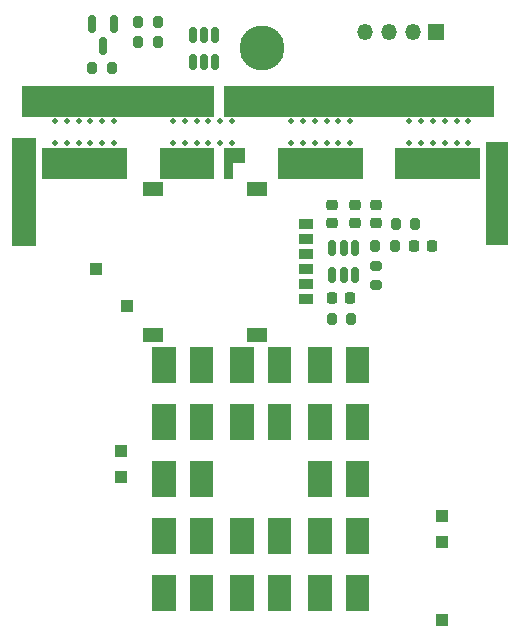
<source format=gbr>
%TF.GenerationSoftware,KiCad,Pcbnew,(6.0.2-0)*%
%TF.CreationDate,2022-10-30T17:20:58+00:00*%
%TF.ProjectId,p3-cellular-module,70332d63-656c-46c7-956c-61722d6d6f64,rev?*%
%TF.SameCoordinates,Original*%
%TF.FileFunction,Soldermask,Top*%
%TF.FilePolarity,Negative*%
%FSLAX46Y46*%
G04 Gerber Fmt 4.6, Leading zero omitted, Abs format (unit mm)*
G04 Created by KiCad (PCBNEW (6.0.2-0)) date 2022-10-30 17:20:58*
%MOMM*%
%LPD*%
G01*
G04 APERTURE LIST*
G04 Aperture macros list*
%AMRoundRect*
0 Rectangle with rounded corners*
0 $1 Rounding radius*
0 $2 $3 $4 $5 $6 $7 $8 $9 X,Y pos of 4 corners*
0 Add a 4 corners polygon primitive as box body*
4,1,4,$2,$3,$4,$5,$6,$7,$8,$9,$2,$3,0*
0 Add four circle primitives for the rounded corners*
1,1,$1+$1,$2,$3*
1,1,$1+$1,$4,$5*
1,1,$1+$1,$6,$7*
1,1,$1+$1,$8,$9*
0 Add four rect primitives between the rounded corners*
20,1,$1+$1,$2,$3,$4,$5,0*
20,1,$1+$1,$4,$5,$6,$7,0*
20,1,$1+$1,$6,$7,$8,$9,0*
20,1,$1+$1,$8,$9,$2,$3,0*%
G04 Aperture macros list end*
%ADD10C,0.000000*%
%ADD11C,0.120000*%
%ADD12C,0.500000*%
%ADD13RoundRect,0.200000X0.200000X0.275000X-0.200000X0.275000X-0.200000X-0.275000X0.200000X-0.275000X0*%
%ADD14RoundRect,0.200000X-0.275000X0.200000X-0.275000X-0.200000X0.275000X-0.200000X0.275000X0.200000X0*%
%ADD15R,1.200000X0.900000*%
%ADD16R,1.800000X1.300000*%
%ADD17C,3.800000*%
%ADD18R,1.000000X1.000000*%
%ADD19RoundRect,0.225000X0.250000X-0.225000X0.250000X0.225000X-0.250000X0.225000X-0.250000X-0.225000X0*%
%ADD20RoundRect,0.225000X-0.225000X-0.250000X0.225000X-0.250000X0.225000X0.250000X-0.225000X0.250000X0*%
%ADD21RoundRect,0.150000X-0.150000X0.512500X-0.150000X-0.512500X0.150000X-0.512500X0.150000X0.512500X0*%
%ADD22RoundRect,0.200000X-0.200000X-0.275000X0.200000X-0.275000X0.200000X0.275000X-0.200000X0.275000X0*%
%ADD23R,1.350000X1.350000*%
%ADD24O,1.350000X1.350000*%
%ADD25RoundRect,0.150000X-0.150000X0.587500X-0.150000X-0.587500X0.150000X-0.587500X0.150000X0.587500X0*%
G04 APERTURE END LIST*
G36*
X141100000Y-96050000D02*
G01*
X124800000Y-96050000D01*
X124800000Y-98700000D01*
X141100000Y-98700000D01*
X141100000Y-96050000D01*
G37*
G36*
X141100000Y-101300000D02*
G01*
X136500000Y-101300000D01*
X136500000Y-103900000D01*
X141100000Y-103900000D01*
X141100000Y-101300000D01*
G37*
G36*
X153700000Y-101300000D02*
G01*
X146500000Y-101300000D01*
X146500000Y-103900000D01*
X153700000Y-103900000D01*
X153700000Y-101300000D01*
G37*
G36*
X166000000Y-109500000D02*
G01*
X164100000Y-109500000D01*
X164100000Y-100800000D01*
X166000000Y-100800000D01*
X166000000Y-109500000D01*
G37*
D10*
G36*
X143700000Y-102600000D02*
G01*
X142700000Y-102600000D01*
X142700000Y-103900000D01*
X141900000Y-103900000D01*
X141900000Y-101300000D01*
X143700000Y-101300000D01*
X143700000Y-102600000D01*
G37*
G36*
X163600000Y-101300000D02*
G01*
X156400000Y-101300000D01*
X156400000Y-103900000D01*
X163600000Y-103900000D01*
X163600000Y-101300000D01*
G37*
G36*
X133700000Y-101325000D02*
G01*
X126500000Y-101325000D01*
X126500000Y-103900000D01*
X133700000Y-103900000D01*
X133700000Y-101325000D01*
G37*
G36*
X126000000Y-109625000D02*
G01*
X124000000Y-109625000D01*
X124000000Y-100425000D01*
X126000000Y-100425000D01*
X126000000Y-109625000D01*
G37*
G36*
X164800000Y-96050000D02*
G01*
X141900000Y-96050000D01*
X141900000Y-98700000D01*
X164800000Y-98700000D01*
X164800000Y-96050000D01*
G37*
D11*
%TO.C,U2*%
X154144000Y-127839500D02*
X152239000Y-127839500D01*
X152239000Y-127839500D02*
X152239000Y-130760500D01*
X152239000Y-130760500D02*
X154144000Y-130760500D01*
X154144000Y-130760500D02*
X154144000Y-127839500D01*
G36*
X154144000Y-127839500D02*
G01*
X152239000Y-127839500D01*
X152239000Y-130760500D01*
X154144000Y-130760500D01*
X154144000Y-127839500D01*
G37*
X144365000Y-137491500D02*
X142460000Y-137491500D01*
X142460000Y-137491500D02*
X142460000Y-140412500D01*
X142460000Y-140412500D02*
X144365000Y-140412500D01*
X144365000Y-140412500D02*
X144365000Y-137491500D01*
G36*
X144365000Y-137491500D02*
G01*
X142460000Y-137491500D01*
X142460000Y-140412500D01*
X144365000Y-140412500D01*
X144365000Y-137491500D01*
G37*
X137761000Y-118187500D02*
X135856000Y-118187500D01*
X135856000Y-118187500D02*
X135856000Y-121108500D01*
X135856000Y-121108500D02*
X137761000Y-121108500D01*
X137761000Y-121108500D02*
X137761000Y-118187500D01*
G36*
X137761000Y-118187500D02*
G01*
X135856000Y-118187500D01*
X135856000Y-121108500D01*
X137761000Y-121108500D01*
X137761000Y-118187500D01*
G37*
X137761000Y-127839500D02*
X135856000Y-127839500D01*
X135856000Y-127839500D02*
X135856000Y-130760500D01*
X135856000Y-130760500D02*
X137761000Y-130760500D01*
X137761000Y-130760500D02*
X137761000Y-127839500D01*
G36*
X137761000Y-127839500D02*
G01*
X135856000Y-127839500D01*
X135856000Y-130760500D01*
X137761000Y-130760500D01*
X137761000Y-127839500D01*
G37*
X144365000Y-123013500D02*
X142460000Y-123013500D01*
X142460000Y-123013500D02*
X142460000Y-125934500D01*
X142460000Y-125934500D02*
X144365000Y-125934500D01*
X144365000Y-125934500D02*
X144365000Y-123013500D01*
G36*
X144365000Y-123013500D02*
G01*
X142460000Y-123013500D01*
X142460000Y-125934500D01*
X144365000Y-125934500D01*
X144365000Y-123013500D01*
G37*
X144365000Y-118187500D02*
X142460000Y-118187500D01*
X142460000Y-118187500D02*
X142460000Y-121108500D01*
X142460000Y-121108500D02*
X144365000Y-121108500D01*
X144365000Y-121108500D02*
X144365000Y-118187500D01*
G36*
X144365000Y-118187500D02*
G01*
X142460000Y-118187500D01*
X142460000Y-121108500D01*
X144365000Y-121108500D01*
X144365000Y-118187500D01*
G37*
X147540000Y-118187500D02*
X145635000Y-118187500D01*
X145635000Y-118187500D02*
X145635000Y-121108500D01*
X145635000Y-121108500D02*
X147540000Y-121108500D01*
X147540000Y-121108500D02*
X147540000Y-118187500D01*
G36*
X147540000Y-118187500D02*
G01*
X145635000Y-118187500D01*
X145635000Y-121108500D01*
X147540000Y-121108500D01*
X147540000Y-118187500D01*
G37*
X140936000Y-118187500D02*
X139031000Y-118187500D01*
X139031000Y-118187500D02*
X139031000Y-121108500D01*
X139031000Y-121108500D02*
X140936000Y-121108500D01*
X140936000Y-121108500D02*
X140936000Y-118187500D01*
G36*
X140936000Y-118187500D02*
G01*
X139031000Y-118187500D01*
X139031000Y-121108500D01*
X140936000Y-121108500D01*
X140936000Y-118187500D01*
G37*
X150969000Y-137491500D02*
X149064000Y-137491500D01*
X149064000Y-137491500D02*
X149064000Y-140412500D01*
X149064000Y-140412500D02*
X150969000Y-140412500D01*
X150969000Y-140412500D02*
X150969000Y-137491500D01*
G36*
X150969000Y-137491500D02*
G01*
X149064000Y-137491500D01*
X149064000Y-140412500D01*
X150969000Y-140412500D01*
X150969000Y-137491500D01*
G37*
X140936000Y-132665500D02*
X139031000Y-132665500D01*
X139031000Y-132665500D02*
X139031000Y-135586500D01*
X139031000Y-135586500D02*
X140936000Y-135586500D01*
X140936000Y-135586500D02*
X140936000Y-132665500D01*
G36*
X140936000Y-132665500D02*
G01*
X139031000Y-132665500D01*
X139031000Y-135586500D01*
X140936000Y-135586500D01*
X140936000Y-132665500D01*
G37*
X154144000Y-132665500D02*
X152239000Y-132665500D01*
X152239000Y-132665500D02*
X152239000Y-135586500D01*
X152239000Y-135586500D02*
X154144000Y-135586500D01*
X154144000Y-135586500D02*
X154144000Y-132665500D01*
G36*
X154144000Y-132665500D02*
G01*
X152239000Y-132665500D01*
X152239000Y-135586500D01*
X154144000Y-135586500D01*
X154144000Y-132665500D01*
G37*
X140936000Y-123013500D02*
X139031000Y-123013500D01*
X139031000Y-123013500D02*
X139031000Y-125934500D01*
X139031000Y-125934500D02*
X140936000Y-125934500D01*
X140936000Y-125934500D02*
X140936000Y-123013500D01*
G36*
X140936000Y-123013500D02*
G01*
X139031000Y-123013500D01*
X139031000Y-125934500D01*
X140936000Y-125934500D01*
X140936000Y-123013500D01*
G37*
X154144000Y-137491500D02*
X152239000Y-137491500D01*
X152239000Y-137491500D02*
X152239000Y-140412500D01*
X152239000Y-140412500D02*
X154144000Y-140412500D01*
X154144000Y-140412500D02*
X154144000Y-137491500D01*
G36*
X154144000Y-137491500D02*
G01*
X152239000Y-137491500D01*
X152239000Y-140412500D01*
X154144000Y-140412500D01*
X154144000Y-137491500D01*
G37*
X144365000Y-132665500D02*
X142460000Y-132665500D01*
X142460000Y-132665500D02*
X142460000Y-135586500D01*
X142460000Y-135586500D02*
X144365000Y-135586500D01*
X144365000Y-135586500D02*
X144365000Y-132665500D01*
G36*
X144365000Y-132665500D02*
G01*
X142460000Y-132665500D01*
X142460000Y-135586500D01*
X144365000Y-135586500D01*
X144365000Y-132665500D01*
G37*
X150969000Y-118187500D02*
X149064000Y-118187500D01*
X149064000Y-118187500D02*
X149064000Y-121108500D01*
X149064000Y-121108500D02*
X150969000Y-121108500D01*
X150969000Y-121108500D02*
X150969000Y-118187500D01*
G36*
X150969000Y-118187500D02*
G01*
X149064000Y-118187500D01*
X149064000Y-121108500D01*
X150969000Y-121108500D01*
X150969000Y-118187500D01*
G37*
X150969000Y-123013500D02*
X149064000Y-123013500D01*
X149064000Y-123013500D02*
X149064000Y-125934500D01*
X149064000Y-125934500D02*
X150969000Y-125934500D01*
X150969000Y-125934500D02*
X150969000Y-123013500D01*
G36*
X150969000Y-123013500D02*
G01*
X149064000Y-123013500D01*
X149064000Y-125934500D01*
X150969000Y-125934500D01*
X150969000Y-123013500D01*
G37*
X140936000Y-137491500D02*
X139031000Y-137491500D01*
X139031000Y-137491500D02*
X139031000Y-140412500D01*
X139031000Y-140412500D02*
X140936000Y-140412500D01*
X140936000Y-140412500D02*
X140936000Y-137491500D01*
G36*
X140936000Y-137491500D02*
G01*
X139031000Y-137491500D01*
X139031000Y-140412500D01*
X140936000Y-140412500D01*
X140936000Y-137491500D01*
G37*
X140936000Y-127839500D02*
X139031000Y-127839500D01*
X139031000Y-127839500D02*
X139031000Y-130760500D01*
X139031000Y-130760500D02*
X140936000Y-130760500D01*
X140936000Y-130760500D02*
X140936000Y-127839500D01*
G36*
X140936000Y-127839500D02*
G01*
X139031000Y-127839500D01*
X139031000Y-130760500D01*
X140936000Y-130760500D01*
X140936000Y-127839500D01*
G37*
X137761000Y-123013500D02*
X135856000Y-123013500D01*
X135856000Y-123013500D02*
X135856000Y-125934500D01*
X135856000Y-125934500D02*
X137761000Y-125934500D01*
X137761000Y-125934500D02*
X137761000Y-123013500D01*
G36*
X137761000Y-123013500D02*
G01*
X135856000Y-123013500D01*
X135856000Y-125934500D01*
X137761000Y-125934500D01*
X137761000Y-123013500D01*
G37*
X154144000Y-118187500D02*
X152239000Y-118187500D01*
X152239000Y-118187500D02*
X152239000Y-121108500D01*
X152239000Y-121108500D02*
X154144000Y-121108500D01*
X154144000Y-121108500D02*
X154144000Y-118187500D01*
G36*
X154144000Y-118187500D02*
G01*
X152239000Y-118187500D01*
X152239000Y-121108500D01*
X154144000Y-121108500D01*
X154144000Y-118187500D01*
G37*
X137761000Y-132665500D02*
X135856000Y-132665500D01*
X135856000Y-132665500D02*
X135856000Y-135586500D01*
X135856000Y-135586500D02*
X137761000Y-135586500D01*
X137761000Y-135586500D02*
X137761000Y-132665500D01*
G36*
X137761000Y-132665500D02*
G01*
X135856000Y-132665500D01*
X135856000Y-135586500D01*
X137761000Y-135586500D01*
X137761000Y-132665500D01*
G37*
X147540000Y-132665500D02*
X145635000Y-132665500D01*
X145635000Y-132665500D02*
X145635000Y-135586500D01*
X145635000Y-135586500D02*
X147540000Y-135586500D01*
X147540000Y-135586500D02*
X147540000Y-132665500D01*
G36*
X147540000Y-132665500D02*
G01*
X145635000Y-132665500D01*
X145635000Y-135586500D01*
X147540000Y-135586500D01*
X147540000Y-132665500D01*
G37*
X150969000Y-132665500D02*
X149064000Y-132665500D01*
X149064000Y-132665500D02*
X149064000Y-135586500D01*
X149064000Y-135586500D02*
X150969000Y-135586500D01*
X150969000Y-135586500D02*
X150969000Y-132665500D01*
G36*
X150969000Y-132665500D02*
G01*
X149064000Y-132665500D01*
X149064000Y-135586500D01*
X150969000Y-135586500D01*
X150969000Y-132665500D01*
G37*
X137761000Y-137491500D02*
X135856000Y-137491500D01*
X135856000Y-137491500D02*
X135856000Y-140412500D01*
X135856000Y-140412500D02*
X137761000Y-140412500D01*
X137761000Y-140412500D02*
X137761000Y-137491500D01*
G36*
X137761000Y-137491500D02*
G01*
X135856000Y-137491500D01*
X135856000Y-140412500D01*
X137761000Y-140412500D01*
X137761000Y-137491500D01*
G37*
X154144000Y-123013500D02*
X152239000Y-123013500D01*
X152239000Y-123013500D02*
X152239000Y-125934500D01*
X152239000Y-125934500D02*
X154144000Y-125934500D01*
X154144000Y-125934500D02*
X154144000Y-123013500D01*
G36*
X154144000Y-123013500D02*
G01*
X152239000Y-123013500D01*
X152239000Y-125934500D01*
X154144000Y-125934500D01*
X154144000Y-123013500D01*
G37*
X150969000Y-127839500D02*
X149064000Y-127839500D01*
X149064000Y-127839500D02*
X149064000Y-130760500D01*
X149064000Y-130760500D02*
X150969000Y-130760500D01*
X150969000Y-130760500D02*
X150969000Y-127839500D01*
G36*
X150969000Y-127839500D02*
G01*
X149064000Y-127839500D01*
X149064000Y-130760500D01*
X150969000Y-130760500D01*
X150969000Y-127839500D01*
G37*
X147540000Y-123013500D02*
X145635000Y-123013500D01*
X145635000Y-123013500D02*
X145635000Y-125934500D01*
X145635000Y-125934500D02*
X147540000Y-125934500D01*
X147540000Y-125934500D02*
X147540000Y-123013500D01*
G36*
X147540000Y-123013500D02*
G01*
X145635000Y-123013500D01*
X145635000Y-125934500D01*
X147540000Y-125934500D01*
X147540000Y-123013500D01*
G37*
X147540000Y-137491500D02*
X145635000Y-137491500D01*
X145635000Y-137491500D02*
X145635000Y-140412500D01*
X145635000Y-140412500D02*
X147540000Y-140412500D01*
X147540000Y-140412500D02*
X147540000Y-137491500D01*
G36*
X147540000Y-137491500D02*
G01*
X145635000Y-137491500D01*
X145635000Y-140412500D01*
X147540000Y-140412500D01*
X147540000Y-137491500D01*
G37*
%TD*%
D12*
%TO.C,REF\u002A\u002A*%
X159600000Y-99000000D03*
%TD*%
%TO.C,REF\u002A\u002A*%
X160600000Y-99000000D03*
%TD*%
%TO.C,REF\u002A\u002A*%
X160600000Y-100850000D03*
%TD*%
%TO.C,REF\u002A\u002A*%
X158600000Y-100850000D03*
%TD*%
%TO.C,REF\u002A\u002A*%
X157600000Y-100850000D03*
%TD*%
%TO.C,REF\u002A\u002A*%
X161600000Y-100850000D03*
%TD*%
%TO.C,REF\u002A\u002A*%
X159600000Y-100850000D03*
%TD*%
%TO.C,REF\u002A\u002A*%
X162600000Y-100850000D03*
%TD*%
%TO.C,REF\u002A\u002A*%
X161600000Y-99000000D03*
%TD*%
%TO.C,REF\u002A\u002A*%
X162600000Y-99000000D03*
%TD*%
%TO.C,REF\u002A\u002A*%
X157600000Y-99000000D03*
%TD*%
%TO.C,REF\u002A\u002A*%
X158600000Y-99000000D03*
%TD*%
%TO.C,REF\u002A\u002A*%
X149600000Y-99000000D03*
%TD*%
%TO.C,REF\u002A\u002A*%
X150600000Y-99000000D03*
%TD*%
%TO.C,REF\u002A\u002A*%
X150600000Y-100850000D03*
%TD*%
%TO.C,REF\u002A\u002A*%
X148600000Y-100850000D03*
%TD*%
%TO.C,REF\u002A\u002A*%
X147600000Y-100850000D03*
%TD*%
%TO.C,REF\u002A\u002A*%
X151600000Y-100850000D03*
%TD*%
%TO.C,REF\u002A\u002A*%
X149600000Y-100850000D03*
%TD*%
%TO.C,REF\u002A\u002A*%
X152600000Y-100850000D03*
%TD*%
%TO.C,REF\u002A\u002A*%
X151600000Y-99000000D03*
%TD*%
%TO.C,REF\u002A\u002A*%
X152600000Y-99000000D03*
%TD*%
%TO.C,REF\u002A\u002A*%
X147600000Y-99000000D03*
%TD*%
%TO.C,REF\u002A\u002A*%
X148600000Y-99000000D03*
%TD*%
%TO.C,REF\u002A\u002A*%
X139600000Y-99000000D03*
%TD*%
%TO.C,REF\u002A\u002A*%
X140600000Y-99000000D03*
%TD*%
%TO.C,REF\u002A\u002A*%
X140600000Y-100850000D03*
%TD*%
%TO.C,REF\u002A\u002A*%
X138600000Y-100850000D03*
%TD*%
%TO.C,REF\u002A\u002A*%
X137600000Y-100850000D03*
%TD*%
%TO.C,REF\u002A\u002A*%
X141600000Y-100850000D03*
%TD*%
%TO.C,REF\u002A\u002A*%
X139600000Y-100850000D03*
%TD*%
%TO.C,REF\u002A\u002A*%
X142600000Y-100850000D03*
%TD*%
%TO.C,REF\u002A\u002A*%
X141600000Y-99000000D03*
%TD*%
%TO.C,REF\u002A\u002A*%
X142600000Y-99000000D03*
%TD*%
%TO.C,REF\u002A\u002A*%
X137600000Y-99000000D03*
%TD*%
%TO.C,REF\u002A\u002A*%
X138600000Y-99000000D03*
%TD*%
%TO.C,REF\u002A\u002A*%
X129600000Y-100850000D03*
%TD*%
%TO.C,REF\u002A\u002A*%
X130600000Y-100850000D03*
%TD*%
%TO.C,REF\u002A\u002A*%
X131600000Y-100850000D03*
%TD*%
%TO.C,REF\u002A\u002A*%
X132600000Y-100850000D03*
%TD*%
%TO.C,REF\u002A\u002A*%
X127600000Y-100850000D03*
%TD*%
%TO.C,REF\u002A\u002A*%
X128600000Y-100850000D03*
%TD*%
%TO.C,REF\u002A\u002A*%
X132600000Y-99000000D03*
%TD*%
%TO.C,REF\u002A\u002A*%
X131600000Y-99000000D03*
%TD*%
%TO.C,REF\u002A\u002A*%
X130600000Y-99000000D03*
%TD*%
%TO.C,REF\u002A\u002A*%
X129600000Y-99000000D03*
%TD*%
%TO.C,REF\u002A\u002A*%
X128600000Y-99000000D03*
%TD*%
%TO.C,REF\u002A\u002A*%
X127600000Y-99000000D03*
%TD*%
D13*
%TO.C,R7*%
X136325000Y-92350000D03*
X134675000Y-92350000D03*
%TD*%
D14*
%TO.C,R10*%
X154800000Y-111275000D03*
X154800000Y-112925000D03*
%TD*%
D15*
%TO.C,J2*%
X148845000Y-107775000D03*
X148845000Y-110315000D03*
X148845000Y-112855000D03*
X148845000Y-109045000D03*
X148845000Y-111585000D03*
X148845000Y-114125000D03*
D16*
X144745000Y-104800000D03*
X144745000Y-117100000D03*
X135945000Y-117100000D03*
X135945000Y-104800000D03*
%TD*%
D17*
%TO.C,REF\u002A\u002A*%
X145100000Y-92800000D03*
%TD*%
D18*
%TO.C,TP8*%
X133225000Y-129150000D03*
%TD*%
D19*
%TO.C,C13*%
X151100000Y-107675000D03*
X151100000Y-106125000D03*
%TD*%
D18*
%TO.C,TP10*%
X160400000Y-134650000D03*
%TD*%
%TO.C,TP9*%
X160400000Y-132450000D03*
%TD*%
D20*
%TO.C,C16*%
X151075000Y-114000000D03*
X152625000Y-114000000D03*
%TD*%
D18*
%TO.C,TP2*%
X133700000Y-114650000D03*
%TD*%
D20*
%TO.C,C18*%
X157975000Y-109600000D03*
X159525000Y-109600000D03*
%TD*%
D18*
%TO.C,TP7*%
X133225000Y-126950000D03*
%TD*%
D21*
%TO.C,U3*%
X141150000Y-91712500D03*
X140200000Y-91712500D03*
X139250000Y-91712500D03*
X139250000Y-93987500D03*
X140200000Y-93987500D03*
X141150000Y-93987500D03*
%TD*%
D22*
%TO.C,R9*%
X151025000Y-115800000D03*
X152675000Y-115800000D03*
%TD*%
%TO.C,R8*%
X156475000Y-107700000D03*
X158125000Y-107700000D03*
%TD*%
%TO.C,R12*%
X154725000Y-109600000D03*
X156375000Y-109600000D03*
%TD*%
D23*
%TO.C,J4*%
X159882000Y-91450000D03*
D24*
X157882000Y-91450000D03*
X155882000Y-91450000D03*
X153882000Y-91450000D03*
%TD*%
D18*
%TO.C,TP1*%
X160400000Y-141250000D03*
%TD*%
D13*
%TO.C,R6*%
X136325000Y-90650000D03*
X134675000Y-90650000D03*
%TD*%
D22*
%TO.C,R5*%
X130775000Y-94550000D03*
X132425000Y-94550000D03*
%TD*%
D19*
%TO.C,C15*%
X154800000Y-107675000D03*
X154800000Y-106125000D03*
%TD*%
D25*
%TO.C,Q1*%
X132600000Y-90762500D03*
X130700000Y-90762500D03*
X131650000Y-92637500D03*
%TD*%
D18*
%TO.C,TP3*%
X131050000Y-111550000D03*
%TD*%
D19*
%TO.C,C4*%
X153000000Y-107675000D03*
X153000000Y-106125000D03*
%TD*%
D21*
%TO.C,D4*%
X152995000Y-109762500D03*
X152045000Y-109762500D03*
X151095000Y-109762500D03*
X151095000Y-112037500D03*
X152045000Y-112037500D03*
X152995000Y-112037500D03*
%TD*%
M02*

</source>
